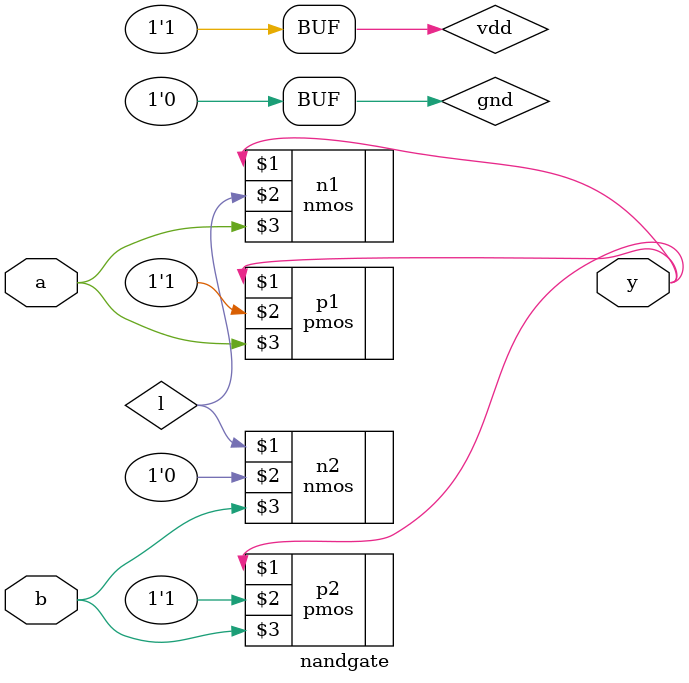
<source format=sv>
module nandgate(a,b,y);
input a,b;
output y;
wire l;
supply1 vdd;
supply0 gnd;
pmos p1(y,vdd,a);
pmos p2(y,vdd,b);
nmos n2(l,gnd,b);
nmos n1(y,l,a);
endmodule


</source>
